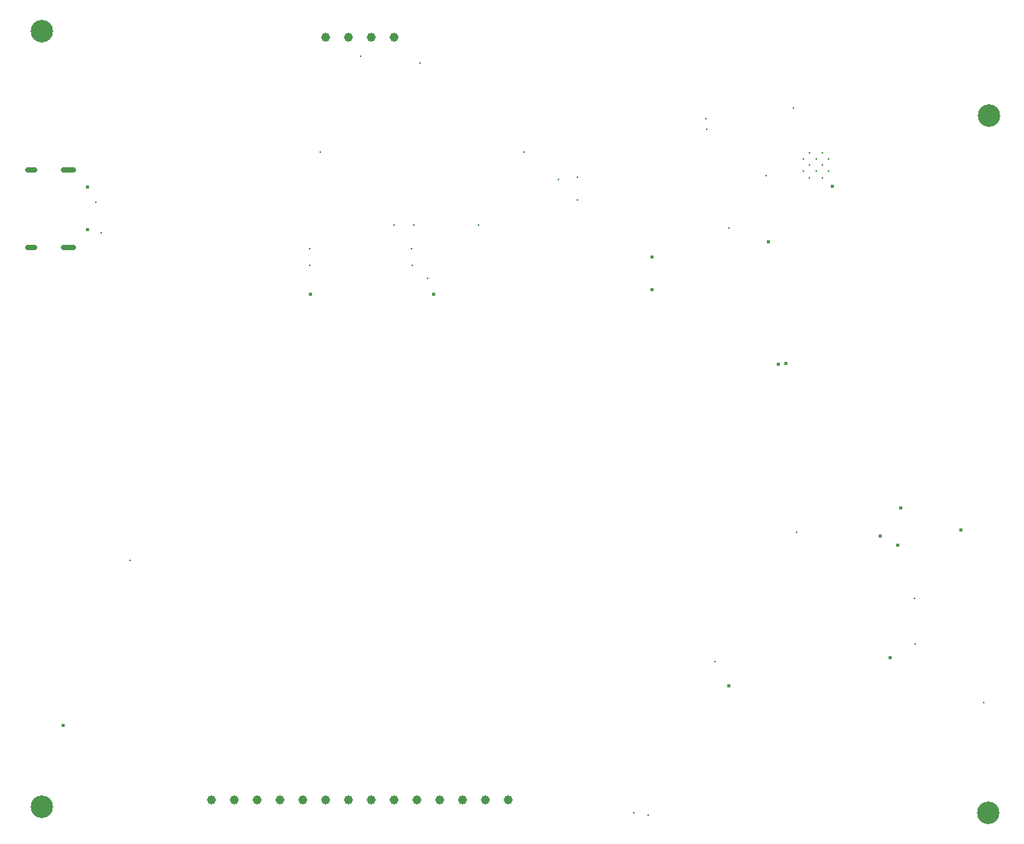
<source format=gbr>
%TF.GenerationSoftware,KiCad,Pcbnew,9.0.1*%
%TF.CreationDate,2025-06-20T23:10:50-05:00*%
%TF.ProjectId,LVGL_Training_Board,4c56474c-5f54-4726-9169-6e696e675f42,rev?*%
%TF.SameCoordinates,Original*%
%TF.FileFunction,Plated,1,2,PTH,Mixed*%
%TF.FilePolarity,Positive*%
%FSLAX46Y46*%
G04 Gerber Fmt 4.6, Leading zero omitted, Abs format (unit mm)*
G04 Created by KiCad (PCBNEW 9.0.1) date 2025-06-20 23:10:50*
%MOMM*%
%LPD*%
G01*
G04 APERTURE LIST*
%TA.AperFunction,ComponentDrill*%
%ADD10C,0.200000*%
%TD*%
%TA.AperFunction,ViaDrill*%
%ADD11C,0.300000*%
%TD*%
%TA.AperFunction,ViaDrill*%
%ADD12C,0.400000*%
%TD*%
G04 aperture for slot hole*
%TA.AperFunction,ComponentDrill*%
%ADD13C,0.600000*%
%TD*%
%TA.AperFunction,ComponentDrill*%
%ADD14C,1.000000*%
%TD*%
%TA.AperFunction,ComponentDrill*%
%ADD15C,2.500000*%
%TD*%
G04 APERTURE END LIST*
D10*
%TO.C,U2*%
X175300000Y-71350000D03*
X175300000Y-72750000D03*
X176000000Y-70650000D03*
X176000000Y-72050000D03*
X176000000Y-73450000D03*
X176700000Y-71350000D03*
X176700000Y-72750000D03*
X177400000Y-70650000D03*
X177400000Y-72050000D03*
X177400000Y-73450000D03*
X178100000Y-71350000D03*
X178100000Y-72750000D03*
%TD*%
D11*
X96550000Y-76200000D03*
X97100000Y-79600000D03*
X100350000Y-116050000D03*
X120350000Y-81350000D03*
X120350000Y-83200000D03*
X121540000Y-70600000D03*
X126000000Y-59900000D03*
X129760000Y-78750000D03*
X131700000Y-81350000D03*
X131750000Y-83200000D03*
X131950000Y-78750000D03*
X132600764Y-60699236D03*
X133450000Y-84650000D03*
X139150000Y-78750000D03*
X144200000Y-70600000D03*
X148000000Y-73650000D03*
X150100000Y-73350000D03*
X150100000Y-75950000D03*
X156400000Y-144150000D03*
X158000000Y-144400000D03*
X164450000Y-66900000D03*
X164550000Y-68050000D03*
X165450000Y-127300000D03*
X167000000Y-79020000D03*
X171100000Y-73200000D03*
X174200000Y-65650000D03*
X174500000Y-112900000D03*
X187650000Y-120300000D03*
X187750000Y-125350000D03*
X195350000Y-131850000D03*
D12*
X92900000Y-134400000D03*
X95650000Y-74450000D03*
X95650000Y-79250000D03*
X120400000Y-86400000D03*
X134151000Y-86450000D03*
X158400000Y-82250000D03*
X158450000Y-85950000D03*
X166950000Y-130050000D03*
X171400000Y-80550000D03*
X172450000Y-94250000D03*
X173300000Y-94150000D03*
X178500000Y-74400000D03*
X183795452Y-113386214D03*
X184900000Y-126900000D03*
X185750000Y-114366000D03*
X186100000Y-110200000D03*
X192800000Y-112650000D03*
D13*
%TO.C,J1*%
X88887500Y-72552500D02*
X89687500Y-72552500D01*
X88887500Y-81192500D02*
X89687500Y-81192500D01*
X92917500Y-72552500D02*
X94017500Y-72552500D01*
X92917500Y-81192500D02*
X94017500Y-81192500D01*
D14*
%TO.C,U4*%
X109440000Y-142760000D03*
X111980000Y-142760000D03*
X114520000Y-142760000D03*
X117060000Y-142760000D03*
X119600000Y-142760000D03*
X122140000Y-57840000D03*
X122140000Y-142760000D03*
X124680000Y-57840000D03*
X124680000Y-142760000D03*
X127220000Y-57840000D03*
X127220000Y-142760000D03*
X129760000Y-57840000D03*
X129760000Y-142760000D03*
X132300000Y-142760000D03*
X134840000Y-142760000D03*
X137380000Y-142760000D03*
X139920000Y-142760000D03*
X142460000Y-142760000D03*
D15*
%TO.C,H4*%
X90550000Y-57150000D03*
%TO.C,H3*%
X90550000Y-143450000D03*
%TO.C,H2*%
X195850000Y-144150000D03*
%TO.C,H1*%
X195900000Y-66500000D03*
M02*

</source>
